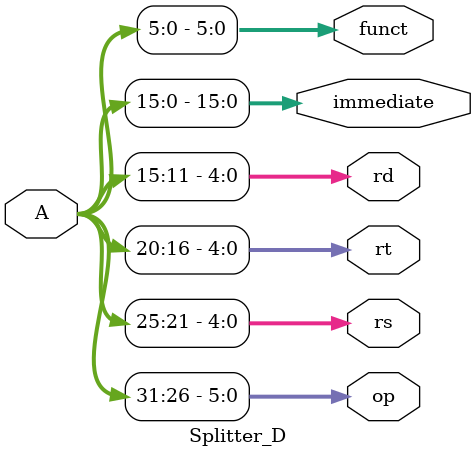
<source format=v>
`timescale 1ns / 1ps
module Splitter_D(
	 input [31:0] A,
    output [31:26] op,
    output [25:21] rs,
    output [20:16] rt,
    output [15:11] rd,
    output [15:0] immediate,
    output [5:0] funct
    );
	 assign {op,rs,rt,immediate}=A;
	 assign rd=A[15:11];
	 assign funct=A[5:0];

endmodule

</source>
